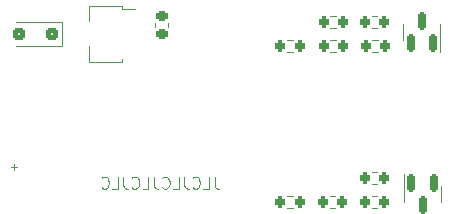
<source format=gbo>
G04 #@! TF.GenerationSoftware,KiCad,Pcbnew,7.0.10*
G04 #@! TF.CreationDate,2025-02-01T12:29:44+01:00*
G04 #@! TF.ProjectId,Multi Sensor Board,4d756c74-6920-4536-956e-736f7220426f,rev?*
G04 #@! TF.SameCoordinates,Original*
G04 #@! TF.FileFunction,Legend,Bot*
G04 #@! TF.FilePolarity,Positive*
%FSLAX46Y46*%
G04 Gerber Fmt 4.6, Leading zero omitted, Abs format (unit mm)*
G04 Created by KiCad (PCBNEW 7.0.10) date 2025-02-01 12:29:44*
%MOMM*%
%LPD*%
G01*
G04 APERTURE LIST*
G04 Aperture macros list*
%AMRoundRect*
0 Rectangle with rounded corners*
0 $1 Rounding radius*
0 $2 $3 $4 $5 $6 $7 $8 $9 X,Y pos of 4 corners*
0 Add a 4 corners polygon primitive as box body*
4,1,4,$2,$3,$4,$5,$6,$7,$8,$9,$2,$3,0*
0 Add four circle primitives for the rounded corners*
1,1,$1+$1,$2,$3*
1,1,$1+$1,$4,$5*
1,1,$1+$1,$6,$7*
1,1,$1+$1,$8,$9*
0 Add four rect primitives between the rounded corners*
20,1,$1+$1,$2,$3,$4,$5,0*
20,1,$1+$1,$4,$5,$6,$7,0*
20,1,$1+$1,$6,$7,$8,$9,0*
20,1,$1+$1,$8,$9,$2,$3,0*%
%AMFreePoly0*
4,1,9,3.862500,-0.866500,0.737500,-0.866500,0.737500,-0.450000,-0.737500,-0.450000,-0.737500,0.450000,0.737500,0.450000,0.737500,0.866500,3.862500,0.866500,3.862500,-0.866500,3.862500,-0.866500,$1*%
G04 Aperture macros list end*
%ADD10C,0.100000*%
%ADD11C,0.120000*%
%ADD12C,5.000000*%
%ADD13C,2.400000*%
%ADD14R,1.700000X1.700000*%
%ADD15O,1.700000X1.700000*%
%ADD16C,2.000000*%
%ADD17RoundRect,0.250000X0.350000X0.625000X-0.350000X0.625000X-0.350000X-0.625000X0.350000X-0.625000X0*%
%ADD18O,1.200000X1.750000*%
%ADD19RoundRect,0.250000X-0.350000X-0.625000X0.350000X-0.625000X0.350000X0.625000X-0.350000X0.625000X0*%
%ADD20R,1.800000X1.800000*%
%ADD21C,1.800000*%
%ADD22RoundRect,0.200000X0.200000X0.275000X-0.200000X0.275000X-0.200000X-0.275000X0.200000X-0.275000X0*%
%ADD23RoundRect,0.150000X0.150000X-0.587500X0.150000X0.587500X-0.150000X0.587500X-0.150000X-0.587500X0*%
%ADD24RoundRect,0.200000X-0.200000X-0.275000X0.200000X-0.275000X0.200000X0.275000X-0.200000X0.275000X0*%
%ADD25RoundRect,0.250000X0.300000X0.300000X-0.300000X0.300000X-0.300000X-0.300000X0.300000X-0.300000X0*%
%ADD26R,1.600000X1.600000*%
%ADD27C,1.600000*%
%ADD28RoundRect,0.150000X-0.150000X0.587500X-0.150000X-0.587500X0.150000X-0.587500X0.150000X0.587500X0*%
%ADD29R,1.300000X0.900000*%
%ADD30FreePoly0,180.000000*%
%ADD31RoundRect,0.225000X-0.250000X0.225000X-0.250000X-0.225000X0.250000X-0.225000X0.250000X0.225000X0*%
G04 APERTURE END LIST*
D10*
X139618401Y-102758419D02*
X139618401Y-103472704D01*
X139618401Y-103472704D02*
X139666020Y-103615561D01*
X139666020Y-103615561D02*
X139761258Y-103710800D01*
X139761258Y-103710800D02*
X139904115Y-103758419D01*
X139904115Y-103758419D02*
X139999353Y-103758419D01*
X138666020Y-103758419D02*
X139142210Y-103758419D01*
X139142210Y-103758419D02*
X139142210Y-102758419D01*
X137761258Y-103663180D02*
X137808877Y-103710800D01*
X137808877Y-103710800D02*
X137951734Y-103758419D01*
X137951734Y-103758419D02*
X138046972Y-103758419D01*
X138046972Y-103758419D02*
X138189829Y-103710800D01*
X138189829Y-103710800D02*
X138285067Y-103615561D01*
X138285067Y-103615561D02*
X138332686Y-103520323D01*
X138332686Y-103520323D02*
X138380305Y-103329847D01*
X138380305Y-103329847D02*
X138380305Y-103186990D01*
X138380305Y-103186990D02*
X138332686Y-102996514D01*
X138332686Y-102996514D02*
X138285067Y-102901276D01*
X138285067Y-102901276D02*
X138189829Y-102806038D01*
X138189829Y-102806038D02*
X138046972Y-102758419D01*
X138046972Y-102758419D02*
X137951734Y-102758419D01*
X137951734Y-102758419D02*
X137808877Y-102806038D01*
X137808877Y-102806038D02*
X137761258Y-102853657D01*
X137046972Y-102758419D02*
X137046972Y-103472704D01*
X137046972Y-103472704D02*
X137094591Y-103615561D01*
X137094591Y-103615561D02*
X137189829Y-103710800D01*
X137189829Y-103710800D02*
X137332686Y-103758419D01*
X137332686Y-103758419D02*
X137427924Y-103758419D01*
X136094591Y-103758419D02*
X136570781Y-103758419D01*
X136570781Y-103758419D02*
X136570781Y-102758419D01*
X135189829Y-103663180D02*
X135237448Y-103710800D01*
X135237448Y-103710800D02*
X135380305Y-103758419D01*
X135380305Y-103758419D02*
X135475543Y-103758419D01*
X135475543Y-103758419D02*
X135618400Y-103710800D01*
X135618400Y-103710800D02*
X135713638Y-103615561D01*
X135713638Y-103615561D02*
X135761257Y-103520323D01*
X135761257Y-103520323D02*
X135808876Y-103329847D01*
X135808876Y-103329847D02*
X135808876Y-103186990D01*
X135808876Y-103186990D02*
X135761257Y-102996514D01*
X135761257Y-102996514D02*
X135713638Y-102901276D01*
X135713638Y-102901276D02*
X135618400Y-102806038D01*
X135618400Y-102806038D02*
X135475543Y-102758419D01*
X135475543Y-102758419D02*
X135380305Y-102758419D01*
X135380305Y-102758419D02*
X135237448Y-102806038D01*
X135237448Y-102806038D02*
X135189829Y-102853657D01*
X134475543Y-102758419D02*
X134475543Y-103472704D01*
X134475543Y-103472704D02*
X134523162Y-103615561D01*
X134523162Y-103615561D02*
X134618400Y-103710800D01*
X134618400Y-103710800D02*
X134761257Y-103758419D01*
X134761257Y-103758419D02*
X134856495Y-103758419D01*
X133523162Y-103758419D02*
X133999352Y-103758419D01*
X133999352Y-103758419D02*
X133999352Y-102758419D01*
X132618400Y-103663180D02*
X132666019Y-103710800D01*
X132666019Y-103710800D02*
X132808876Y-103758419D01*
X132808876Y-103758419D02*
X132904114Y-103758419D01*
X132904114Y-103758419D02*
X133046971Y-103710800D01*
X133046971Y-103710800D02*
X133142209Y-103615561D01*
X133142209Y-103615561D02*
X133189828Y-103520323D01*
X133189828Y-103520323D02*
X133237447Y-103329847D01*
X133237447Y-103329847D02*
X133237447Y-103186990D01*
X133237447Y-103186990D02*
X133189828Y-102996514D01*
X133189828Y-102996514D02*
X133142209Y-102901276D01*
X133142209Y-102901276D02*
X133046971Y-102806038D01*
X133046971Y-102806038D02*
X132904114Y-102758419D01*
X132904114Y-102758419D02*
X132808876Y-102758419D01*
X132808876Y-102758419D02*
X132666019Y-102806038D01*
X132666019Y-102806038D02*
X132618400Y-102853657D01*
X131904114Y-102758419D02*
X131904114Y-103472704D01*
X131904114Y-103472704D02*
X131951733Y-103615561D01*
X131951733Y-103615561D02*
X132046971Y-103710800D01*
X132046971Y-103710800D02*
X132189828Y-103758419D01*
X132189828Y-103758419D02*
X132285066Y-103758419D01*
X130951733Y-103758419D02*
X131427923Y-103758419D01*
X131427923Y-103758419D02*
X131427923Y-102758419D01*
X130046971Y-103663180D02*
X130094590Y-103710800D01*
X130094590Y-103710800D02*
X130237447Y-103758419D01*
X130237447Y-103758419D02*
X130332685Y-103758419D01*
X130332685Y-103758419D02*
X130475542Y-103710800D01*
X130475542Y-103710800D02*
X130570780Y-103615561D01*
X130570780Y-103615561D02*
X130618399Y-103520323D01*
X130618399Y-103520323D02*
X130666018Y-103329847D01*
X130666018Y-103329847D02*
X130666018Y-103186990D01*
X130666018Y-103186990D02*
X130618399Y-102996514D01*
X130618399Y-102996514D02*
X130570780Y-102901276D01*
X130570780Y-102901276D02*
X130475542Y-102806038D01*
X130475542Y-102806038D02*
X130332685Y-102758419D01*
X130332685Y-102758419D02*
X130237447Y-102758419D01*
X130237447Y-102758419D02*
X130094590Y-102806038D01*
X130094590Y-102806038D02*
X130046971Y-102853657D01*
D11*
X153462258Y-92216500D02*
X152987742Y-92216500D01*
X153462258Y-91171500D02*
X152987742Y-91171500D01*
X155600000Y-90502500D02*
X155600000Y-91152500D01*
X155600000Y-90502500D02*
X155600000Y-89852500D01*
X158720000Y-90502500D02*
X158720000Y-92177500D01*
X158720000Y-90502500D02*
X158720000Y-89852500D01*
X153399258Y-90184500D02*
X152924742Y-90184500D01*
X153399258Y-89139500D02*
X152924742Y-89139500D01*
X149843258Y-105424500D02*
X149368742Y-105424500D01*
X149843258Y-104379500D02*
X149368742Y-104379500D01*
X146224258Y-105424500D02*
X145749742Y-105424500D01*
X146224258Y-104379500D02*
X145749742Y-104379500D01*
X149431742Y-91171500D02*
X149906258Y-91171500D01*
X149431742Y-92216500D02*
X149906258Y-92216500D01*
X153399258Y-103392500D02*
X152924742Y-103392500D01*
X153399258Y-102347500D02*
X152924742Y-102347500D01*
X146224258Y-92216500D02*
X145749742Y-92216500D01*
X146224258Y-91171500D02*
X145749742Y-91171500D01*
X126670000Y-91678000D02*
X122810000Y-91678000D01*
X126670000Y-89678000D02*
X126670000Y-91678000D01*
X126670000Y-89678000D02*
X122810000Y-89678000D01*
X152924742Y-104379500D02*
X153399258Y-104379500D01*
X152924742Y-105424500D02*
X153399258Y-105424500D01*
X122675348Y-101663828D02*
X122675348Y-102163828D01*
X122425348Y-101913828D02*
X122925348Y-101913828D01*
X149906258Y-90184500D02*
X149431742Y-90184500D01*
X149906258Y-89139500D02*
X149431742Y-89139500D01*
X158786000Y-104218500D02*
X158786000Y-103568500D01*
X158786000Y-104218500D02*
X158786000Y-104868500D01*
X155666000Y-104218500D02*
X155666000Y-102543500D01*
X155666000Y-104218500D02*
X155666000Y-104868500D01*
X132884000Y-88524000D02*
X131744000Y-88524000D01*
X131744000Y-93014000D02*
X131744000Y-92784000D01*
X131744000Y-88294000D02*
X131744000Y-88524000D01*
X131744000Y-88294000D02*
X129024000Y-88294000D01*
X129024000Y-93014000D02*
X131744000Y-93014000D01*
X129024000Y-91704000D02*
X129024000Y-93014000D01*
X129024000Y-88294000D02*
X129024000Y-89604000D01*
X135638000Y-89762420D02*
X135638000Y-90043580D01*
X134618000Y-89762420D02*
X134618000Y-90043580D01*
%LPC*%
D12*
X161036000Y-83820000D03*
D13*
X162306000Y-97267000D03*
D14*
X142494000Y-94742000D03*
D15*
X142494000Y-97282000D03*
X142494000Y-99822000D03*
D14*
X149622000Y-94742000D03*
D15*
X149622000Y-97282000D03*
X149622000Y-99822000D03*
D14*
X135366000Y-94742000D03*
D15*
X135366000Y-97282000D03*
X135366000Y-99822000D03*
D13*
X122682000Y-97282000D03*
D12*
X131064000Y-110998000D03*
X131064000Y-83820000D03*
D14*
X158750000Y-94742000D03*
D15*
X158750000Y-97282000D03*
X158750000Y-99822000D03*
D16*
X131064000Y-97282000D03*
X149860000Y-83820000D03*
D12*
X123952000Y-83820000D03*
D16*
X149860000Y-110998000D03*
D17*
X145490475Y-82376000D03*
D18*
X143490475Y-82376000D03*
X141490475Y-82376000D03*
X139490475Y-82376000D03*
D14*
X154750000Y-94742000D03*
D15*
X154750000Y-97282000D03*
X154750000Y-99822000D03*
D12*
X123952000Y-110998000D03*
D19*
X139490475Y-112621129D03*
D18*
X141490475Y-112621129D03*
X143490475Y-112621129D03*
X145490475Y-112621129D03*
D14*
X126238000Y-94742000D03*
D15*
X126238000Y-97282000D03*
X126238000Y-99822000D03*
D20*
X155194000Y-85095000D03*
D21*
X155194000Y-82555000D03*
D20*
X155194000Y-112273000D03*
D21*
X155194000Y-109733000D03*
D12*
X161036000Y-110998000D03*
D22*
X154050000Y-91694000D03*
X152400000Y-91694000D03*
D23*
X158110000Y-91440000D03*
X156210000Y-91440000D03*
X157160000Y-89565000D03*
D22*
X153987000Y-89662000D03*
X152337000Y-89662000D03*
X150431000Y-104902000D03*
X148781000Y-104902000D03*
X146812000Y-104902000D03*
X145162000Y-104902000D03*
D24*
X148844000Y-91694000D03*
X150494000Y-91694000D03*
D22*
X153987000Y-102870000D03*
X152337000Y-102870000D03*
X146812000Y-91694000D03*
X145162000Y-91694000D03*
D25*
X125860000Y-90678000D03*
X123060000Y-90678000D03*
D24*
X152337000Y-104902000D03*
X153987000Y-104902000D03*
D26*
X122682000Y-103418000D03*
D27*
X122682000Y-105918000D03*
D22*
X150494000Y-89662000D03*
X148844000Y-89662000D03*
D28*
X156276000Y-103281000D03*
X158176000Y-103281000D03*
X157226000Y-105156000D03*
D29*
X132334000Y-89154000D03*
D30*
X132246500Y-90654000D03*
D29*
X132334000Y-92154000D03*
D31*
X135128000Y-89128000D03*
X135128000Y-90678000D03*
%LPD*%
M02*

</source>
